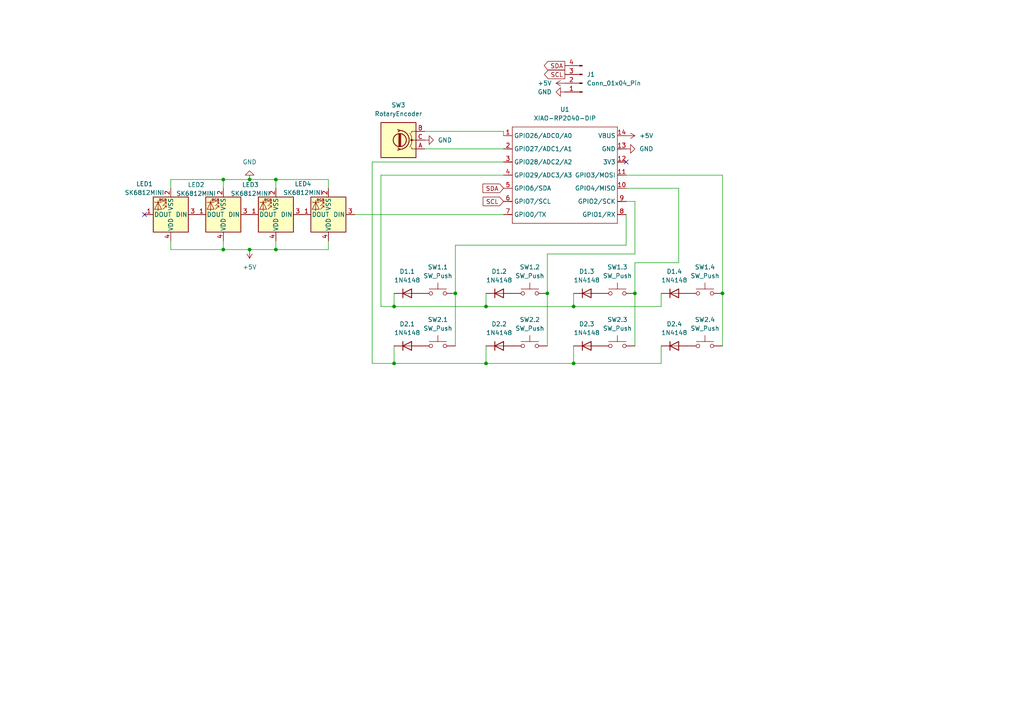
<source format=kicad_sch>
(kicad_sch (version 20250114) (generator "eeschema") (generator_version "9.0")
  (paper "A4")
  (title_block (title "BoomPad") (date "2025-05-16") (rev "v0.1") (company "TheTwoBoom"))
  (lib_symbols
    (symbol "Connector:Conn_01x04_Pin" (pin_names (offset 1.016) (hide yes))
      (property "Reference" "J" (at 0 5.08 0))
      (property "Value" "Conn_01x04_Pin" (at 0 -7.62 0))
      (symbol "Conn_01x04_Pin_1_1"
        (rectangle (start 0.8636 2.667) (end 0 2.413) (stroke (width 0.1524)) (fill (type outline)))
        (rectangle (start 0.8636 0.127) (end 0 -0.127) (stroke (width 0.1524)) (fill (type outline)))
        (rectangle (start 0.8636 -2.413) (end 0 -2.667) (stroke (width 0.1524)) (fill (type outline)))
        (rectangle (start 0.8636 -4.953) (end 0 -5.207) (stroke (width 0.1524)) (fill (type outline)))
        (polyline (pts (xy 1.27 2.54) (xy 0.8636 2.54)) (stroke (width 0.1524)))
        (polyline (pts (xy 1.27 0) (xy 0.8636 0)) (stroke (width 0.1524)))
        (polyline (pts (xy 1.27 -2.54) (xy 0.8636 -2.54)) (stroke (width 0.1524)))
        (polyline (pts (xy 1.27 -5.08) (xy 0.8636 -5.08)) (stroke (width 0.1524)))
        (pin passive line (at 5.08 2.54 180) (length 3.81) (name "Pin_1") (number "1"))
        (pin passive line (at 5.08 0 180) (length 3.81) (name "Pin_2") (number "2"))
        (pin passive line (at 5.08 -2.54 180) (length 3.81) (name "Pin_3") (number "3"))
        (pin passive line (at 5.08 -5.08 180) (length 3.81) (name "Pin_4") (number "4"))
      )
    )
    (symbol "Device:RotaryEncoder" (pin_names (offset 0.254) (hide yes))
      (property "Reference" "SW" (at 0 6.604 0))
      (property "Value" "RotaryEncoder" (at 0 -6.604 0))
      (symbol "RotaryEncoder_0_1"
        (rectangle (start -5.08 5.08) (end 5.08 -5.08) (stroke (width 0.254)) (fill (type background)))
        (polyline (pts (xy -5.08 2.54) (xy -3.81 2.54) (xy -3.81 2.032)))
        (polyline (pts (xy -5.08 0) (xy -3.81 0) (xy -3.81 -1.016) (xy -3.302 -2.032)))
        (polyline (pts (xy -5.08 -2.54) (xy -3.81 -2.54) (xy -3.81 -2.032)))
        (polyline (pts (xy -4.318 0) (xy -3.81 0) (xy -3.81 1.016) (xy -3.302 2.032)))
        (circle (center -3.81 0) (radius 0.254) (fill (type outline)))
        (polyline (pts (xy -0.635 -1.778) (xy -0.635 1.778)) (stroke (width 0.254)))
        (circle (center -0.381 0) (radius 1.905) (stroke (width 0.254)))
        (polyline (pts (xy -0.381 -1.778) (xy -0.381 1.778)) (stroke (width 0.254)))
        (arc (start -0.381 -2.794) (mid -3.0988 -0.0635) (end -0.381 2.667) (stroke (width 0.254)))
        (polyline (pts (xy -0.127 1.778) (xy -0.127 -1.778)) (stroke (width 0.254)))
        (polyline (pts (xy 0.254 2.921) (xy -0.508 2.667) (xy 0.127 2.286)) (stroke (width 0.254)))
        (polyline (pts (xy 0.254 -3.048) (xy -0.508 -2.794) (xy 0.127 -2.413)) (stroke (width 0.254)))
      )
      (symbol "RotaryEncoder_1_1"
        (pin passive line (at -7.62 2.54 0) (length 2.54) (name "A") (number "A"))
        (pin passive line (at -7.62 0 0) (length 2.54) (name "C") (number "C"))
        (pin passive line (at -7.62 -2.54 0) (length 2.54) (name "B") (number "B"))
      )
    )
    (symbol "Diode:1N4148" (pin_numbers (hide yes)) (pin_names (hide yes))
      (property "Reference" "D" (at 0 2.54 0))
      (property "Value" "1N4148" (at 0 -2.54 0))
      (symbol "1N4148_0_1"
        (polyline (pts (xy -1.27 1.27) (xy -1.27 -1.27)) (stroke (width 0.254)))
        (polyline (pts (xy 1.27 1.27) (xy 1.27 -1.27) (xy -1.27 0) (xy 1.27 1.27)) (stroke (width 0.254)))
        (polyline (pts (xy 1.27 0) (xy -1.27 0)))
      )
      (symbol "1N4148_1_1"
        (pin passive line (at -3.81 0 0) (length 2.54) (name "K") (number "1"))
        (pin passive line (at 3.81 0 180) (length 2.54) (name "A") (number "2"))
      )
    )
    (symbol "LED:SK6812MINI" (pin_names (offset 0.254))
      (property "Reference" "D" (at 5.08 5.715 0))
      (property "Value" "SK6812MINI" (at 1.27 -5.715 0))
      (symbol "SK6812MINI_0_0"
        (text "RGB" (at 2.286 -4.191 0) (effects (font (size 0.762 0.762))))
      )
      (symbol "SK6812MINI_0_1"
        (polyline (pts (xy 1.27 -2.54) (xy 1.778 -2.54)))
        (polyline (pts (xy 1.27 -3.556) (xy 1.778 -3.556)))
        (polyline (pts (xy 2.286 -1.524) (xy 1.27 -2.54) (xy 1.27 -2.032)))
        (polyline (pts (xy 2.286 -2.54) (xy 1.27 -3.556) (xy 1.27 -3.048)))
        (polyline (pts (xy 3.683 -1.016) (xy 3.683 -3.556) (xy 3.683 -4.064)))
        (polyline (pts (xy 4.699 -1.524) (xy 2.667 -1.524) (xy 3.683 -3.556) (xy 4.699 -1.524)))
        (polyline (pts (xy 4.699 -3.556) (xy 2.667 -3.556)))
        (rectangle (start 5.08 5.08) (end -5.08 -5.08) (stroke (width 0.254)) (fill (type background)))
      )
      (symbol "SK6812MINI_1_1"
        (pin input line (at -7.62 0 0) (length 2.54) (name "DIN") (number "3"))
        (pin power_in line (at 0 7.62 270) (length 2.54) (name "VDD") (number "4"))
        (pin power_in line (at 0 -7.62 90) (length 2.54) (name "VSS") (number "2"))
        (pin output line (at 7.62 0 180) (length 2.54) (name "DOUT") (number "1"))
      )
    )
    (symbol "OPL:XIAO-RP2040-DIP"
      (property "Reference" "U" (at 0 0 0))
      (property "Value" "XIAO-RP2040-DIP" (at 5.334 -1.778 0))
      (symbol "XIAO-RP2040-DIP_1_0"
        (polyline (pts (xy -1.27 -2.54) (xy 29.21 -2.54)) (stroke (width 0.1524)))
        (polyline (pts (xy -1.27 -5.08) (xy -2.54 -5.08)) (stroke (width 0.1524)))
        (polyline (pts (xy -1.27 -5.08) (xy -1.27 -2.54)) (stroke (width 0.1524)))
        (polyline (pts (xy -1.27 -8.89) (xy -2.54 -8.89)) (stroke (width 0.1524)))
        (polyline (pts (xy -1.27 -8.89) (xy -1.27 -5.08)) (stroke (width 0.1524)))
        (polyline (pts (xy -1.27 -12.7) (xy -2.54 -12.7)) (stroke (width 0.1524)))
        (polyline (pts (xy -1.27 -12.7) (xy -1.27 -8.89)) (stroke (width 0.1524)))
        (polyline (pts (xy -1.27 -16.51) (xy -2.54 -16.51)) (stroke (width 0.1524)))
        (polyline (pts (xy -1.27 -16.51) (xy -1.27 -12.7)) (stroke (width 0.1524)))
        (polyline (pts (xy -1.27 -20.32) (xy -2.54 -20.32)) (stroke (width 0.1524)))
        (polyline (pts (xy -1.27 -24.13) (xy -2.54 -24.13)) (stroke (width 0.1524)))
        (polyline (pts (xy -1.27 -27.94) (xy -2.54 -27.94)) (stroke (width 0.1524)))
        (polyline (pts (xy -1.27 -30.48) (xy -1.27 -16.51)) (stroke (width 0.1524)))
        (polyline (pts (xy 29.21 -2.54) (xy 29.21 -5.08)) (stroke (width 0.1524)))
        (polyline (pts (xy 29.21 -5.08) (xy 29.21 -8.89)) (stroke (width 0.1524)))
        (polyline (pts (xy 29.21 -8.89) (xy 29.21 -12.7)) (stroke (width 0.1524)))
        (polyline (pts (xy 29.21 -12.7) (xy 29.21 -30.48)) (stroke (width 0.1524)))
        (polyline (pts (xy 29.21 -30.48) (xy -1.27 -30.48)) (stroke (width 0.1524)))
        (polyline (pts (xy 30.48 -5.08) (xy 29.21 -5.08)) (stroke (width 0.1524)))
        (polyline (pts (xy 30.48 -8.89) (xy 29.21 -8.89)) (stroke (width 0.1524)))
        (polyline (pts (xy 30.48 -12.7) (xy 29.21 -12.7)) (stroke (width 0.1524)))
        (polyline (pts (xy 30.48 -16.51) (xy 29.21 -16.51)) (stroke (width 0.1524)))
        (polyline (pts (xy 30.48 -20.32) (xy 29.21 -20.32)) (stroke (width 0.1524)))
        (polyline (pts (xy 30.48 -24.13) (xy 29.21 -24.13)) (stroke (width 0.1524)))
        (polyline (pts (xy 30.48 -27.94) (xy 29.21 -27.94)) (stroke (width 0.1524)))
        (pin passive line (at -3.81 -5.08 0) (length 2.54) (name "GPIO26/ADC0/A0") (number "1"))
        (pin passive line (at -3.81 -8.89 0) (length 2.54) (name "GPIO27/ADC1/A1") (number "2"))
        (pin passive line (at -3.81 -12.7 0) (length 2.54) (name "GPIO28/ADC2/A2") (number "3"))
        (pin passive line (at -3.81 -16.51 0) (length 2.54) (name "GPIO29/ADC3/A3") (number "4"))
        (pin passive line (at -3.81 -20.32 0) (length 2.54) (name "GPIO6/SDA") (number "5"))
        (pin passive line (at -3.81 -24.13 0) (length 2.54) (name "GPIO7/SCL") (number "6"))
        (pin passive line (at -3.81 -27.94 0) (length 2.54) (name "GPIO0/TX") (number "7"))
        (pin passive line (at 31.75 -5.08 180) (length 2.54) (name "VBUS") (number "14"))
        (pin passive line (at 31.75 -8.89 180) (length 2.54) (name "GND") (number "13"))
        (pin passive line (at 31.75 -12.7 180) (length 2.54) (name "3V3") (number "12"))
        (pin passive line (at 31.75 -16.51 180) (length 2.54) (name "GPIO3/MOSI") (number "11"))
        (pin passive line (at 31.75 -20.32 180) (length 2.54) (name "GPIO4/MISO") (number "10"))
        (pin passive line (at 31.75 -24.13 180) (length 2.54) (name "GPIO2/SCK") (number "9"))
        (pin passive line (at 31.75 -27.94 180) (length 2.54) (name "GPIO1/RX") (number "8"))
      )
    )
    (symbol "Switch:SW_Push" (pin_numbers (hide yes)) (pin_names (offset 1.016) (hide yes))
      (property "Reference" "SW" (at 1.27 2.54 0))
      (property "Value" "SW_Push" (at 0 -1.524 0))
      (symbol "SW_Push_0_1"
        (circle (center -2.032 0) (radius 0.508))
        (polyline (pts (xy 0 1.27) (xy 0 3.048)))
        (circle (center 2.032 0) (radius 0.508))
        (polyline (pts (xy 2.54 1.27) (xy -2.54 1.27)))
        (pin passive line (at -5.08 0 0) (length 2.54) (name "1") (number "1"))
        (pin passive line (at 5.08 0 180) (length 2.54) (name "2") (number "2"))
      )
    )
    (symbol "power:+5V" (power) (pin_numbers (hide yes)) (pin_names (offset 0) (hide yes))
      (property "Value" "+5V" (at 0 3.556 0))
      (symbol "+5V_0_1"
        (polyline (pts (xy -0.762 1.27) (xy 0 2.54)))
        (polyline (pts (xy 0 2.54) (xy 0.762 1.27)))
        (polyline (pts (xy 0 0) (xy 0 2.54)))
      )
      (symbol "+5V_1_1"
        (pin power_in line (at 0 0 90) (length 0) (name "~") (number "1"))
      )
    )
    (symbol "power:GND" (power) (pin_numbers (hide yes)) (pin_names (offset 0) (hide yes))
      (property "Value" "GND" (at 0 -3.81 0))
      (symbol "GND_0_1"
        (polyline (pts (xy 0 0) (xy 0 -1.27) (xy 1.27 -1.27) (xy 0 -2.54) (xy -1.27 -1.27) (xy 0 -1.27)))
      )
      (symbol "GND_1_1"
        (pin power_in line (at 0 0 270) (length 0) (name "~") (number "1"))
      )
    )
  )
  (junction (at 114.3 88.9))
  (junction (at 114.3 105.41))
  (junction (at 80.01 72.39))
  (junction (at 166.37 105.41))
  (junction (at 158.75 85.09))
  (junction (at 64.77 72.39))
  (junction (at 64.77 52.07))
  (junction (at 132.08 85.09))
  (junction (at 209.55 85.09))
  (junction (at 184.15 85.09))
  (junction (at 166.37 88.9))
  (junction (at 72.39 52.07))
  (junction (at 140.97 105.41))
  (junction (at 140.97 88.9))
  (junction (at 72.39 72.39))
  (junction (at 80.01 52.07))
  (no_connect (at 41.91 62.23))
  (no_connect (at 181.61 46.99))
  (wire (pts (xy 191.77 88.9) (xy 166.37 88.9)))
  (wire (pts (xy 107.95 46.99) (xy 107.95 105.41)))
  (wire (pts (xy 64.77 72.39) (xy 64.77 69.85)))
  (wire (pts (xy 80.01 52.07) (xy 80.01 54.61)))
  (wire (pts (xy 64.77 52.07) (xy 64.77 54.61)))
  (wire (pts (xy 196.85 54.61) (xy 196.85 76.2)))
  (wire (pts (xy 181.61 71.12) (xy 132.08 71.12)))
  (wire (pts (xy 184.15 76.2) (xy 184.15 85.09)))
  (wire (pts (xy 140.97 85.09) (xy 140.97 88.9)))
  (wire (pts (xy 72.39 72.39) (xy 80.01 72.39)))
  (wire (pts (xy 95.25 54.61) (xy 95.25 52.07)))
  (wire (pts (xy 140.97 100.33) (xy 140.97 105.41)))
  (wire (pts (xy 184.15 85.09) (xy 184.15 100.33)))
  (wire (pts (xy 114.3 100.33) (xy 114.3 105.41)))
  (wire (pts (xy 110.49 50.8) (xy 146.05 50.8)))
  (wire (pts (xy 123.19 38.1) (xy 146.05 38.1)))
  (wire (pts (xy 184.15 76.2) (xy 196.85 76.2)))
  (wire (pts (xy 166.37 85.09) (xy 166.37 88.9)))
  (wire (pts (xy 166.37 100.33) (xy 166.37 105.41)))
  (wire (pts (xy 49.53 69.85) (xy 49.53 72.39)))
  (wire (pts (xy 191.77 100.33) (xy 191.77 105.41)))
  (wire (pts (xy 146.05 39.37) (xy 146.05 38.1)))
  (wire (pts (xy 181.61 58.42) (xy 184.15 58.42)))
  (wire (pts (xy 107.95 46.99) (xy 146.05 46.99)))
  (wire (pts (xy 49.53 72.39) (xy 64.77 72.39)))
  (wire (pts (xy 64.77 72.39) (xy 72.39 72.39)))
  (wire (pts (xy 209.55 85.09) (xy 209.55 100.33)))
  (wire (pts (xy 191.77 85.09) (xy 191.77 88.9)))
  (wire (pts (xy 64.77 52.07) (xy 72.39 52.07)))
  (wire (pts (xy 114.3 88.9) (xy 110.49 88.9)))
  (wire (pts (xy 209.55 50.8) (xy 209.55 85.09)))
  (wire (pts (xy 184.15 58.42) (xy 184.15 73.66)))
  (wire (pts (xy 80.01 72.39) (xy 80.01 69.85)))
  (wire (pts (xy 110.49 50.8) (xy 110.49 88.9)))
  (wire (pts (xy 181.61 54.61) (xy 196.85 54.61)))
  (wire (pts (xy 49.53 54.61) (xy 49.53 52.07)))
  (wire (pts (xy 158.75 73.66) (xy 158.75 85.09)))
  (wire (pts (xy 95.25 72.39) (xy 80.01 72.39)))
  (wire (pts (xy 132.08 71.12) (xy 132.08 85.09)))
  (wire (pts (xy 102.87 62.23) (xy 146.05 62.23)))
  (wire (pts (xy 181.61 50.8) (xy 209.55 50.8)))
  (wire (pts (xy 184.15 73.66) (xy 158.75 73.66)))
  (wire (pts (xy 181.61 62.23) (xy 181.61 71.12)))
  (wire (pts (xy 49.53 52.07) (xy 64.77 52.07)))
  (wire (pts (xy 132.08 85.09) (xy 132.08 100.33)))
  (wire (pts (xy 191.77 105.41) (xy 166.37 105.41)))
  (wire (pts (xy 158.75 85.09) (xy 158.75 100.33)))
  (wire (pts (xy 166.37 88.9) (xy 140.97 88.9)))
  (wire (pts (xy 114.3 105.41) (xy 107.95 105.41)))
  (wire (pts (xy 140.97 88.9) (xy 114.3 88.9)))
  (wire (pts (xy 166.37 105.41) (xy 140.97 105.41)))
  (wire (pts (xy 80.01 52.07) (xy 72.39 52.07)))
  (wire (pts (xy 95.25 69.85) (xy 95.25 72.39)))
  (wire (pts (xy 140.97 105.41) (xy 114.3 105.41)))
  (wire (pts (xy 123.19 43.18) (xy 146.05 43.18)))
  (wire (pts (xy 95.25 52.07) (xy 80.01 52.07)))
  (wire (pts (xy 114.3 85.09) (xy 114.3 88.9)))
  (global_label "SDA" (shape input) (at 146.05 54.61 180) (property "Intersheetrefs" "${INTERSHEET_REFS}" (effects (hide yes))))
  (global_label "SCL" (shape output) (at 163.83 21.59 180) (property "Intersheetrefs" "${INTERSHEET_REFS}" (effects (hide yes))))
  (global_label "SCL" (shape input) (at 146.05 58.42 180) (property "Intersheetrefs" "${INTERSHEET_REFS}" (effects (hide yes))))
  (global_label "SDA" (shape output) (at 163.83 19.05 180) (property "Intersheetrefs" "${INTERSHEET_REFS}" (effects (hide yes))))
  (symbol (lib_id "power:GND") (at 123.19 40.64 90) (unit 1)
    (property "Reference" "#PWR05" (effects (hide yes)))
    (property "Value" "GND" (at 127 40.6399 90) (effects (justify right)))
    (property "Description" "Power symbol creates a global label with name \"GND\" , ground" (effects (hide yes)))
  )
  (symbol (lib_id "Device:RotaryEncoder") (at 115.57 40.64 180) (unit 1)
    (property "Reference" "SW3" (at 115.57 30.48 0))
    (property "Value" "RotaryEncoder" (at 115.57 33.02 0))
    (property "Footprint" "Rotary_Encoder:RotaryEncoder_Alps_EC11E-Switch_Vertical_H20mm_CircularMountingHoles" (effects (hide yes)))
    (property "Description" "Rotary encoder, dual channel, incremental quadrate outputs" (effects (hide yes)))
  )
  (symbol (lib_id "LED:SK6812MINI") (at 95.25 62.23 180) (unit 1)
    (property "Reference" "LED4" (at 87.884 53.34 0))
    (property "Value" "SK6812MINI" (at 87.884 55.88 0))
    (property "Footprint" "LED_SMD:LED_SK6812MINI_PLCC4_3.5x3.5mm_P1.75mm" (effects (hide yes)))
    (property "Datasheet" "https://cdn-shop.adafruit.com/product-files/2686/SK6812MINI_REV.01-1-2.pdf" (effects (hide yes)))
    (property "Description" "RGB LED with integrated controller" (effects (hide yes)))
  )
  (symbol (lib_id "LED:SK6812MINI") (at 64.77 62.23 180) (unit 1)
    (property "Reference" "LED2" (at 56.896 53.594 0))
    (property "Value" "SK6812MINI" (at 56.896 56.134 0))
    (property "Footprint" "LED_SMD:LED_SK6812MINI_PLCC4_3.5x3.5mm_P1.75mm" (effects (hide yes)))
    (property "Datasheet" "https://cdn-shop.adafruit.com/product-files/2686/SK6812MINI_REV.01-1-2.pdf" (effects (hide yes)))
    (property "Description" "RGB LED with integrated controller" (effects (hide yes)))
  )
  (symbol (lib_id "LED:SK6812MINI") (at 80.01 62.23 180) (unit 1)
    (property "Reference" "LED3" (at 72.644 53.594 0))
    (property "Value" "SK6812MINI" (at 72.644 56.134 0))
    (property "Footprint" "LED_SMD:LED_SK6812MINI_PLCC4_3.5x3.5mm_P1.75mm" (effects (hide yes)))
    (property "Datasheet" "https://cdn-shop.adafruit.com/product-files/2686/SK6812MINI_REV.01-1-2.pdf" (effects (hide yes)))
    (property "Description" "RGB LED with integrated controller" (effects (hide yes)))
  )
  (symbol (lib_id "Switch:SW_Push") (at 127 100.33 0) (unit 1)
    (property "Reference" "SW2.1" (at 127 92.71 0))
    (property "Value" "SW_Push" (at 127 95.25 0))
    (property "Footprint" "Button_Switch_Keyboard:SW_Cherry_MX_1.00u_PCB" (effects (hide yes)))
    (property "Description" "Push button switch, generic, two pins" (effects (hide yes)))
  )
  (symbol (lib_id "Diode:1N4148") (at 118.11 85.09 0) (unit 1)
    (property "Reference" "D1.1" (at 118.11 78.74 0))
    (property "Value" "1N4148" (at 118.11 81.28 0))
    (property "Footprint" "Diode_THT:D_DO-35_SOD27_P7.62mm_Horizontal" (effects (hide yes)))
    (property "Datasheet" "https://assets.nexperia.com/documents/data-sheet/1N4148_1N4448.pdf" (effects (hide yes)))
    (property "Description" "100V 0.15A standard switching diode, DO-35" (effects (hide yes)))
    (property "Sim.Device" "D" (effects (hide yes)))
    (property "Sim.Pins" "1=K 2=A" (effects (hide yes)))
  )
  (symbol (lib_id "power:GND") (at 163.83 26.67 270) (unit 1)
    (property "Reference" "#PWR02" (effects (hide yes)))
    (property "Value" "GND" (at 160.02 26.6699 90) (effects (justify right)))
    (property "Description" "Power symbol creates a global label with name \"GND\" , ground" (effects (hide yes)))
  )
  (symbol (lib_id "Switch:SW_Push") (at 204.47 100.33 0) (unit 1)
    (property "Reference" "SW2.4" (at 204.47 92.71 0))
    (property "Value" "SW_Push" (at 204.47 95.25 0))
    (property "Footprint" "Button_Switch_Keyboard:SW_Cherry_MX_1.00u_PCB" (effects (hide yes)))
    (property "Description" "Push button switch, generic, two pins" (effects (hide yes)))
  )
  (symbol (lib_id "power:+5V") (at 163.83 24.13 90) (unit 1)
    (property "Reference" "#PWR01" (effects (hide yes)))
    (property "Value" "+5V" (at 160.02 24.1299 90) (effects (justify left)))
    (property "Description" "Power symbol creates a global label with name \"+5V\"" (effects (hide yes)))
  )
  (symbol (lib_id "Diode:1N4148") (at 144.78 85.09 0) (unit 1)
    (property "Reference" "D1.2" (at 144.78 78.74 0))
    (property "Value" "1N4148" (at 144.78 81.28 0))
    (property "Footprint" "Diode_THT:D_DO-35_SOD27_P7.62mm_Horizontal" (effects (hide yes)))
    (property "Datasheet" "https://assets.nexperia.com/documents/data-sheet/1N4148_1N4448.pdf" (effects (hide yes)))
    (property "Description" "100V 0.15A standard switching diode, DO-35" (effects (hide yes)))
    (property "Sim.Device" "D" (effects (hide yes)))
    (property "Sim.Pins" "1=K 2=A" (effects (hide yes)))
  )
  (symbol (lib_id "Switch:SW_Push") (at 153.67 100.33 0) (unit 1)
    (property "Reference" "SW2.2" (at 153.67 92.71 0))
    (property "Value" "SW_Push" (at 153.67 95.25 0))
    (property "Footprint" "Button_Switch_Keyboard:SW_Cherry_MX_1.00u_PCB" (effects (hide yes)))
    (property "Description" "Push button switch, generic, two pins" (effects (hide yes)))
  )
  (symbol (lib_id "OPL:XIAO-RP2040-DIP") (at 149.86 34.29 0) (unit 1)
    (property "Reference" "U1" (at 163.83 31.75 0))
    (property "Value" "XIAO-RP2040-DIP" (at 163.83 34.29 0))
    (property "Footprint" "OPL:XIAO-RP2040-DIP" (effects (hide yes)))
  )
  (symbol (lib_id "Switch:SW_Push") (at 153.67 85.09 0) (unit 1)
    (property "Reference" "SW1.2" (at 153.67 77.47 0))
    (property "Value" "SW_Push" (at 153.67 80.01 0))
    (property "Footprint" "Button_Switch_Keyboard:SW_Cherry_MX_1.00u_PCB" (effects (hide yes)))
    (property "Description" "Push button switch, generic, two pins" (effects (hide yes)))
  )
  (symbol (lib_id "Diode:1N4148") (at 195.58 85.09 0) (unit 1)
    (property "Reference" "D1.4" (at 195.58 78.74 0))
    (property "Value" "1N4148" (at 195.58 81.28 0))
    (property "Footprint" "Diode_THT:D_DO-35_SOD27_P7.62mm_Horizontal" (effects (hide yes)))
    (property "Datasheet" "https://assets.nexperia.com/documents/data-sheet/1N4148_1N4448.pdf" (effects (hide yes)))
    (property "Description" "100V 0.15A standard switching diode, DO-35" (effects (hide yes)))
    (property "Sim.Device" "D" (effects (hide yes)))
    (property "Sim.Pins" "1=K 2=A" (effects (hide yes)))
  )
  (symbol (lib_id "LED:SK6812MINI") (at 49.53 62.23 180) (unit 1)
    (property "Reference" "LED1" (at 41.91 53.34 0))
    (property "Value" "SK6812MINI" (at 41.91 55.88 0))
    (property "Footprint" "LED_SMD:LED_SK6812MINI_PLCC4_3.5x3.5mm_P1.75mm" (effects (hide yes)))
    (property "Datasheet" "https://cdn-shop.adafruit.com/product-files/2686/SK6812MINI_REV.01-1-2.pdf" (effects (hide yes)))
    (property "Description" "RGB LED with integrated controller" (effects (hide yes)))
  )
  (symbol (lib_id "Diode:1N4148") (at 195.58 100.33 0) (unit 1)
    (property "Reference" "D2.4" (at 195.58 93.98 0))
    (property "Value" "1N4148" (at 195.58 96.52 0))
    (property "Footprint" "Diode_THT:D_DO-35_SOD27_P7.62mm_Horizontal" (effects (hide yes)))
    (property "Datasheet" "https://assets.nexperia.com/documents/data-sheet/1N4148_1N4448.pdf" (effects (hide yes)))
    (property "Description" "100V 0.15A standard switching diode, DO-35" (effects (hide yes)))
    (property "Sim.Device" "D" (effects (hide yes)))
    (property "Sim.Pins" "1=K 2=A" (effects (hide yes)))
  )
  (symbol (lib_id "Diode:1N4148") (at 170.18 100.33 0) (unit 1)
    (property "Reference" "D2.3" (at 170.18 93.98 0))
    (property "Value" "1N4148" (at 170.18 96.52 0))
    (property "Footprint" "Diode_THT:D_DO-35_SOD27_P7.62mm_Horizontal" (effects (hide yes)))
    (property "Datasheet" "https://assets.nexperia.com/documents/data-sheet/1N4148_1N4448.pdf" (effects (hide yes)))
    (property "Description" "100V 0.15A standard switching diode, DO-35" (effects (hide yes)))
    (property "Sim.Device" "D" (effects (hide yes)))
    (property "Sim.Pins" "1=K 2=A" (effects (hide yes)))
  )
  (symbol (lib_id "Diode:1N4148") (at 118.11 100.33 0) (unit 1)
    (property "Reference" "D2.1" (at 118.11 93.98 0))
    (property "Value" "1N4148" (at 118.11 96.52 0))
    (property "Footprint" "Diode_THT:D_DO-35_SOD27_P7.62mm_Horizontal" (effects (hide yes)))
    (property "Datasheet" "https://assets.nexperia.com/documents/data-sheet/1N4148_1N4448.pdf" (effects (hide yes)))
    (property "Description" "100V 0.15A standard switching diode, DO-35" (effects (hide yes)))
    (property "Sim.Device" "D" (effects (hide yes)))
    (property "Sim.Pins" "1=K 2=A" (effects (hide yes)))
  )
  (symbol (lib_id "power:GND") (at 181.61 43.18 90) (unit 1)
    (property "Reference" "#PWR04" (effects (hide yes)))
    (property "Value" "GND" (at 185.42 43.1799 90) (effects (justify right)))
    (property "Description" "Power symbol creates a global label with name \"GND\" , ground" (effects (hide yes)))
  )
  (symbol (lib_id "Diode:1N4148") (at 170.18 85.09 0) (unit 1)
    (property "Reference" "D1.3" (at 170.18 78.74 0))
    (property "Value" "1N4148" (at 170.18 81.28 0))
    (property "Footprint" "Diode_THT:D_DO-35_SOD27_P7.62mm_Horizontal" (effects (hide yes)))
    (property "Datasheet" "https://assets.nexperia.com/documents/data-sheet/1N4148_1N4448.pdf" (effects (hide yes)))
    (property "Description" "100V 0.15A standard switching diode, DO-35" (effects (hide yes)))
    (property "Sim.Device" "D" (effects (hide yes)))
    (property "Sim.Pins" "1=K 2=A" (effects (hide yes)))
  )
  (symbol (lib_id "Diode:1N4148") (at 144.78 100.33 0) (unit 1)
    (property "Reference" "D2.2" (at 144.78 93.98 0))
    (property "Value" "1N4148" (at 144.78 96.52 0))
    (property "Footprint" "Diode_THT:D_DO-35_SOD27_P7.62mm_Horizontal" (effects (hide yes)))
    (property "Datasheet" "https://assets.nexperia.com/documents/data-sheet/1N4148_1N4448.pdf" (effects (hide yes)))
    (property "Description" "100V 0.15A standard switching diode, DO-35" (effects (hide yes)))
    (property "Sim.Device" "D" (effects (hide yes)))
    (property "Sim.Pins" "1=K 2=A" (effects (hide yes)))
  )
  (symbol (lib_id "Switch:SW_Push") (at 127 85.09 0) (unit 1)
    (property "Reference" "SW1.1" (at 127 77.47 0))
    (property "Value" "SW_Push" (at 127 80.01 0))
    (property "Footprint" "Button_Switch_Keyboard:SW_Cherry_MX_1.00u_PCB" (effects (hide yes)))
    (property "Description" "Push button switch, generic, two pins" (effects (hide yes)))
  )
  (symbol (lib_id "power:+5V") (at 181.61 39.37 270) (unit 1)
    (property "Reference" "#PWR03" (effects (hide yes)))
    (property "Value" "+5V" (at 185.42 39.3699 90) (effects (justify left)))
    (property "Description" "Power symbol creates a global label with name \"+5V\"" (effects (hide yes)))
  )
  (symbol (lib_id "power:+5V") (at 72.39 72.39 180) (unit 1)
    (property "Reference" "#PWR06" (effects (hide yes)))
    (property "Value" "+5V" (at 72.39 77.47 0))
    (property "Description" "Power symbol creates a global label with name \"+5V\"" (effects (hide yes)))
  )
  (symbol (lib_id "Connector:Conn_01x04_Pin") (at 168.91 24.13 180) (unit 1)
    (property "Reference" "J1" (at 170.18 21.5899 0) (effects (justify right)))
    (property "Value" "Conn_01x04_Pin" (at 170.18 24.1299 0) (effects (justify right)))
    (property "Footprint" "OLED_Display:SSD1306-0.91-OLED-4pin-128x32" (effects (hide yes)))
    (property "Description" "Generic connector, single row, 01x04, script generated" (effects (hide yes)))
  )
  (symbol (lib_id "power:GND") (at 72.39 52.07 180) (unit 1)
    (property "Reference" "#PWR07" (effects (hide yes)))
    (property "Value" "GND" (at 72.39 46.99 0))
    (property "Description" "Power symbol creates a global label with name \"GND\" , ground" (effects (hide yes)))
  )
  (symbol (lib_id "Switch:SW_Push") (at 179.07 85.09 0) (unit 1)
    (property "Reference" "SW1.3" (at 179.07 77.47 0))
    (property "Value" "SW_Push" (at 179.07 80.01 0))
    (property "Footprint" "Button_Switch_Keyboard:SW_Cherry_MX_1.00u_PCB" (effects (hide yes)))
    (property "Description" "Push button switch, generic, two pins" (effects (hide yes)))
  )
  (symbol (lib_id "Switch:SW_Push") (at 179.07 100.33 0) (unit 1)
    (property "Reference" "SW2.3" (at 179.07 92.71 0))
    (property "Value" "SW_Push" (at 179.07 95.25 0))
    (property "Footprint" "Button_Switch_Keyboard:SW_Cherry_MX_1.00u_PCB" (effects (hide yes)))
    (property "Description" "Push button switch, generic, two pins" (effects (hide yes)))
  )
  (symbol (lib_id "Switch:SW_Push") (at 204.47 85.09 0) (unit 1)
    (property "Reference" "SW1.4" (at 204.47 77.47 0))
    (property "Value" "SW_Push" (at 204.47 80.01 0))
    (property "Footprint" "Button_Switch_Keyboard:SW_Cherry_MX_1.00u_PCB" (effects (hide yes)))
    (property "Description" "Push button switch, generic, two pins" (effects (hide yes)))
  )
)
</source>
